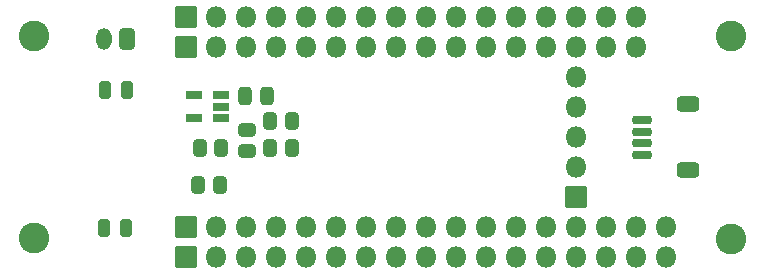
<source format=gts>
G04 #@! TF.GenerationSoftware,KiCad,Pcbnew,(6.0.0-0)*
G04 #@! TF.CreationDate,2023-05-15T09:27:02-07:00*
G04 #@! TF.ProjectId,ItsyBitsy breadboard,49747379-4269-4747-9379-206272656164,3.0.1*
G04 #@! TF.SameCoordinates,Original*
G04 #@! TF.FileFunction,Soldermask,Top*
G04 #@! TF.FilePolarity,Negative*
%FSLAX46Y46*%
G04 Gerber Fmt 4.6, Leading zero omitted, Abs format (unit mm)*
G04 Created by KiCad (PCBNEW (6.0.0-0)) date 2023-05-15 09:27:02*
%MOMM*%
%LPD*%
G01*
G04 APERTURE LIST*
G04 Aperture macros list*
%AMRoundRect*
0 Rectangle with rounded corners*
0 $1 Rounding radius*
0 $2 $3 $4 $5 $6 $7 $8 $9 X,Y pos of 4 corners*
0 Add a 4 corners polygon primitive as box body*
4,1,4,$2,$3,$4,$5,$6,$7,$8,$9,$2,$3,0*
0 Add four circle primitives for the rounded corners*
1,1,$1+$1,$2,$3*
1,1,$1+$1,$4,$5*
1,1,$1+$1,$6,$7*
1,1,$1+$1,$8,$9*
0 Add four rect primitives between the rounded corners*
20,1,$1+$1,$2,$3,$4,$5,0*
20,1,$1+$1,$4,$5,$6,$7,0*
20,1,$1+$1,$6,$7,$8,$9,0*
20,1,$1+$1,$8,$9,$2,$3,0*%
G04 Aperture macros list end*
%ADD10RoundRect,0.050800X0.850000X-0.850000X0.850000X0.850000X-0.850000X0.850000X-0.850000X-0.850000X0*%
%ADD11O,1.801600X1.801600*%
%ADD12RoundRect,0.050800X0.850000X0.850000X-0.850000X0.850000X-0.850000X-0.850000X0.850000X-0.850000X0*%
%ADD13RoundRect,0.300800X0.350000X0.625000X-0.350000X0.625000X-0.350000X-0.625000X0.350000X-0.625000X0*%
%ADD14O,1.301600X1.851600*%
%ADD15RoundRect,0.300800X-0.250000X-0.475000X0.250000X-0.475000X0.250000X0.475000X-0.250000X0.475000X0*%
%ADD16RoundRect,0.294550X-0.243750X-0.456250X0.243750X-0.456250X0.243750X0.456250X-0.243750X0.456250X0*%
%ADD17RoundRect,0.300800X0.450000X-0.262500X0.450000X0.262500X-0.450000X0.262500X-0.450000X-0.262500X0*%
%ADD18RoundRect,0.300800X0.262500X0.450000X-0.262500X0.450000X-0.262500X-0.450000X0.262500X-0.450000X0*%
%ADD19RoundRect,0.300800X-0.262500X-0.450000X0.262500X-0.450000X0.262500X0.450000X-0.262500X0.450000X0*%
%ADD20RoundRect,0.200800X0.512500X0.150000X-0.512500X0.150000X-0.512500X-0.150000X0.512500X-0.150000X0*%
%ADD21C,2.601600*%
%ADD22RoundRect,0.200800X0.625000X-0.150000X0.625000X0.150000X-0.625000X0.150000X-0.625000X-0.150000X0*%
%ADD23RoundRect,0.300800X0.650000X-0.350000X0.650000X0.350000X-0.650000X0.350000X-0.650000X-0.350000X0*%
G04 APERTURE END LIST*
D10*
X111760000Y-115570000D03*
D11*
X114300000Y-115570000D03*
X116840000Y-115570000D03*
X119380000Y-115570000D03*
X121920000Y-115570000D03*
X124460000Y-115570000D03*
X127000000Y-115570000D03*
X129540000Y-115570000D03*
X132080000Y-115570000D03*
X134620000Y-115570000D03*
X137160000Y-115570000D03*
X139700000Y-115570000D03*
X142240000Y-115570000D03*
X144780000Y-115570000D03*
X147320000Y-115570000D03*
X149860000Y-115570000D03*
X152400000Y-115570000D03*
D10*
X111760000Y-100330000D03*
D11*
X114300000Y-100330000D03*
X116840000Y-100330000D03*
X119380000Y-100330000D03*
X121920000Y-100330000D03*
X124460000Y-100330000D03*
X127000000Y-100330000D03*
X129540000Y-100330000D03*
X132080000Y-100330000D03*
X134620000Y-100330000D03*
X137160000Y-100330000D03*
X139700000Y-100330000D03*
X142240000Y-100330000D03*
X144780000Y-100330000D03*
X147320000Y-100330000D03*
X149860000Y-100330000D03*
D12*
X144780000Y-113030000D03*
D11*
X144780000Y-110490000D03*
X144780000Y-107950000D03*
X144780000Y-105410000D03*
X144780000Y-102870000D03*
D13*
X106800000Y-99700000D03*
D14*
X104800000Y-99700000D03*
D10*
X111760000Y-118110000D03*
D11*
X114300000Y-118110000D03*
X116840000Y-118110000D03*
X119380000Y-118110000D03*
X121920000Y-118110000D03*
X124460000Y-118110000D03*
X127000000Y-118110000D03*
X129540000Y-118110000D03*
X132080000Y-118110000D03*
X134620000Y-118110000D03*
X137160000Y-118110000D03*
X139700000Y-118110000D03*
X142240000Y-118110000D03*
X144780000Y-118110000D03*
X147320000Y-118110000D03*
X149860000Y-118110000D03*
X152400000Y-118110000D03*
D10*
X111760000Y-97790000D03*
D11*
X114300000Y-97790000D03*
X116840000Y-97790000D03*
X119380000Y-97790000D03*
X121920000Y-97790000D03*
X124460000Y-97790000D03*
X127000000Y-97790000D03*
X129540000Y-97790000D03*
X132080000Y-97790000D03*
X134620000Y-97790000D03*
X137160000Y-97790000D03*
X139700000Y-97790000D03*
X142240000Y-97790000D03*
X144780000Y-97790000D03*
X147320000Y-97790000D03*
X149860000Y-97790000D03*
D15*
X116750000Y-104500000D03*
X118650000Y-104500000D03*
D16*
X104862500Y-103950000D03*
X106737500Y-103950000D03*
X104812500Y-115650000D03*
X106687500Y-115650000D03*
D17*
X116879000Y-109177500D03*
X116879000Y-107352500D03*
D18*
X114612500Y-112000000D03*
X112787500Y-112000000D03*
D19*
X118887500Y-106614000D03*
X120712500Y-106614000D03*
X112918500Y-108900000D03*
X114743500Y-108900000D03*
D18*
X120712500Y-108900000D03*
X118887500Y-108900000D03*
D20*
X114737500Y-106350000D03*
X114737500Y-105400000D03*
X114737500Y-104450000D03*
X112462500Y-104450000D03*
X112462500Y-106350000D03*
D21*
X157900000Y-99400000D03*
X157900000Y-99400000D03*
X98850000Y-99400000D03*
X98850000Y-99400000D03*
X98850000Y-116550000D03*
X98850000Y-116550000D03*
X157900000Y-116600000D03*
X157900000Y-116600000D03*
D22*
X150400000Y-109500000D03*
X150400000Y-108500000D03*
X150400000Y-107500000D03*
X150400000Y-106500000D03*
D23*
X154275000Y-105200000D03*
X154275000Y-110800000D03*
M02*

</source>
